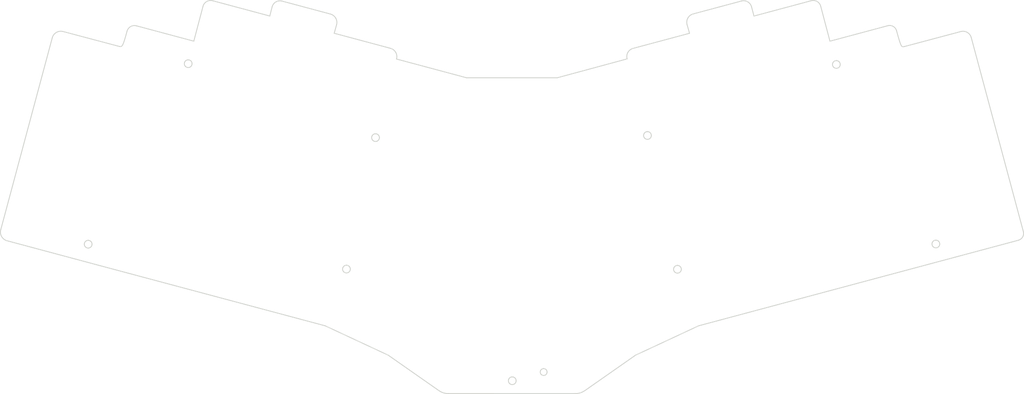
<source format=kicad_pcb>
(kicad_pcb (version 20171130) (host pcbnew "(5.1.10)-1")

  (general
    (thickness 1.6)
    (drawings 122)
    (tracks 0)
    (zones 0)
    (modules 0)
    (nets 1)
  )

  (page A4)
  (layers
    (0 F.Cu signal)
    (31 B.Cu signal)
    (32 B.Adhes user)
    (33 F.Adhes user)
    (34 B.Paste user)
    (35 F.Paste user)
    (36 B.SilkS user)
    (37 F.SilkS user)
    (38 B.Mask user)
    (39 F.Mask user)
    (40 Dwgs.User user)
    (41 Cmts.User user)
    (42 Eco1.User user)
    (43 Eco2.User user)
    (44 Edge.Cuts user)
    (45 Margin user)
    (46 B.CrtYd user)
    (47 F.CrtYd user)
    (48 B.Fab user)
    (49 F.Fab user)
  )

  (setup
    (last_trace_width 0.254)
    (trace_clearance 0.2)
    (zone_clearance 0.508)
    (zone_45_only no)
    (trace_min 0.2)
    (via_size 0.8)
    (via_drill 0.4)
    (via_min_size 0.4)
    (via_min_drill 0.3)
    (uvia_size 0.3)
    (uvia_drill 0.1)
    (uvias_allowed no)
    (uvia_min_size 0.2)
    (uvia_min_drill 0.1)
    (edge_width 0.05)
    (segment_width 0.2)
    (pcb_text_width 0.3)
    (pcb_text_size 1.5 1.5)
    (mod_edge_width 0.12)
    (mod_text_size 1 1)
    (mod_text_width 0.15)
    (pad_size 1.524 1.524)
    (pad_drill 0.762)
    (pad_to_mask_clearance 0)
    (aux_axis_origin 0 0)
    (visible_elements 7FFFFFFF)
    (pcbplotparams
      (layerselection 0x010fc_ffffffff)
      (usegerberextensions false)
      (usegerberattributes true)
      (usegerberadvancedattributes true)
      (creategerberjobfile true)
      (excludeedgelayer true)
      (linewidth 0.100000)
      (plotframeref false)
      (viasonmask false)
      (mode 1)
      (useauxorigin false)
      (hpglpennumber 1)
      (hpglpenspeed 20)
      (hpglpendiameter 15.000000)
      (psnegative false)
      (psa4output false)
      (plotreference true)
      (plotvalue true)
      (plotinvisibletext false)
      (padsonsilk false)
      (subtractmaskfromsilk false)
      (outputformat 1)
      (mirror false)
      (drillshape 0)
      (scaleselection 1)
      (outputdirectory "gerbers/"))
  )

  (net 0 "")

  (net_class Default "This is the default net class."
    (clearance 0.2)
    (trace_width 0.254)
    (via_dia 0.8)
    (via_drill 0.4)
    (uvia_dia 0.3)
    (uvia_drill 0.1)
  )

  (net_class Power ""
    (clearance 0.2)
    (trace_width 0.381)
    (via_dia 0.8)
    (via_drill 0.4)
    (uvia_dia 0.3)
    (uvia_drill 0.1)
  )

  (gr_curve (pts (xy 80.145356 43.359951) (xy 80.296982 42.769849) (xy 80.678291 42.264885) (xy 81.204355 41.957528)) (layer Edge.Cuts) (width 0.25))
  (gr_line (start 115.484089 58.208495) (end 135.351972 63.529795) (layer Edge.Cuts) (width 0.25))
  (gr_line (start 63.255413 41.624935) (end 79.474509 45.970775) (layer Edge.Cuts) (width 0.25))
  (gr_line (start 79.474509 45.970775) (end 80.145356 43.359951) (layer Edge.Cuts) (width 0.25))
  (gr_curve (pts (xy 81.204355 41.957528) (xy 81.730418 41.650171) (xy 82.357548 41.565948) (xy 82.946065 41.723616)) (layer Edge.Cuts) (width 0.25))
  (gr_line (start 57.887049 53.125955) (end 60.498967 43.223563) (layer Edge.Cuts) (width 0.25))
  (gr_line (start 98.44816 48.471417) (end 97.777749 50.875515) (layer Edge.Cuts) (width 0.25))
  (gr_curve (pts (xy 98.213198 46.575385) (xy 98.541482 47.15069) (xy 98.626083 47.833381) (xy 98.44816 48.471417)) (layer Edge.Cuts) (width 0.25))
  (gr_line (start 20.748767 50.380913) (end 36.736467 54.627095) (layer Edge.Cuts) (width 0.25))
  (gr_line (start 97.777749 50.875515) (end 113.763666 55.158284) (layer Edge.Cuts) (width 0.25))
  (gr_curve (pts (xy 113.763666 55.158284) (xy 114.400015 55.328768) (xy 114.940975 55.748179) (xy 115.264623 56.321987)) (layer Edge.Cuts) (width 0.25))
  (gr_curve (pts (xy 96.700393 45.408523) (xy 97.340209 45.579936) (xy 97.884914 46.000079) (xy 98.213198 46.575385)) (layer Edge.Cuts) (width 0.25))
  (gr_curve (pts (xy 115.264623 56.321987) (xy 115.588271 56.895796) (xy 115.667369 57.575713) (xy 115.484089 58.208495)) (layer Edge.Cuts) (width 0.25))
  (gr_line (start 82.946065 41.723616) (end 96.700393 45.408523) (layer Edge.Cuts) (width 0.25))
  (gr_line (start 41.567897 48.75391) (end 57.887049 53.125955) (layer Edge.Cuts) (width 0.25))
  (gr_curve (pts (xy 60.498967 43.223563) (xy 60.651467 42.645399) (xy 61.027945 42.151774) (xy 61.545189 41.851794)) (layer Edge.Cuts) (width 0.25))
  (gr_curve (pts (xy 61.545189 41.851794) (xy 62.062433 41.551813) (xy 62.677849 41.470179) (xy 63.255413 41.624935)) (layer Edge.Cuts) (width 0.25))
  (gr_curve (pts (xy 148.79065 150.736479) (xy 149.20142 150.566333) (xy 149.469248 150.165499) (xy 149.469248 149.720885)) (layer Edge.Cuts) (width 0.25))
  (gr_curve (pts (xy 95.202189 134.093436) (xy 28.741883 116.320027) (xy 26.371143 115.6866) (xy 4.848873 109.905877)) (layer Edge.Cuts) (width 0.25))
  (gr_line (start 166.292334 153.379659) (end 130.21547 153.377218) (layer Edge.Cuts) (width 0.25))
  (gr_curve (pts (xy 130.21547 153.377218) (xy 129.245436 153.377152) (xy 128.29891 153.078643) (xy 127.504342 152.5222)) (layer Edge.Cuts) (width 0.25))
  (gr_line (start 183.388452 142.45268) (end 169.003528 152.524936) (layer Edge.Cuts) (width 0.25))
  (gr_line (start 201.305615 134.09608) (end 183.388452 142.45268) (layer Edge.Cuts) (width 0.25))
  (gr_curve (pts (xy 169.003528 152.524936) (xy 168.208922 153.081315) (xy 167.262364 153.379724) (xy 166.292334 153.379659)) (layer Edge.Cuts) (width 0.25))
  (gr_line (start 278.77292 52.099425) (end 293.578148 107.309598) (layer Edge.Cuts) (width 0.25))
  (gr_curve (pts (xy 234.977768 41.83259) (xy 235.481147 42.124529) (xy 235.847534 42.604923) (xy 235.995946 43.167589)) (layer Edge.Cuts) (width 0.25))
  (gr_curve (pts (xy 215.266333 41.936252) (xy 215.806755 42.250639) (xy 216.199424 42.767635) (xy 216.357268 43.372599)) (layer Edge.Cuts) (width 0.25))
  (gr_curve (pts (xy 240.870484 60.766402) (xy 241.281253 60.596256) (xy 241.549082 60.195422) (xy 241.549082 59.750809)) (layer Edge.Cuts) (width 0.25))
  (gr_line (start 148.369977 148.621614) (end 148.369977 148.621614) (layer Edge.Cuts) (width 0.25))
  (gr_line (start 161.150752 63.534875) (end 180.995772 58.165315) (layer Edge.Cuts) (width 0.25))
  (gr_curve (pts (xy 180.995772 58.165313) (xy 180.820098 57.54308) (xy 180.901078 56.8764) (xy 181.220608 56.314318)) (layer Edge.Cuts) (width 0.25))
  (gr_curve (pts (xy 267.942449 111.598087) (xy 268.256838 111.912476) (xy 268.729655 112.006525) (xy 269.140425 111.836379)) (layer Edge.Cuts) (width 0.25))
  (gr_curve (pts (xy 157.288177 146.27294) (xy 156.893563 146.27294) (xy 156.537805 146.51065) (xy 156.386792 146.875226)) (layer Edge.Cuts) (width 0.25))
  (gr_curve (pts (xy 292.169311 109.750455) (xy 252.203465 120.460913) (xy 251.424122 120.669064) (xy 201.305615 134.09608)) (layer Edge.Cuts) (width 0.25))
  (gr_curve (pts (xy 275.805666 50.38371) (xy 277.098671 50.039324) (xy 278.426343 50.807006) (xy 278.77292 52.099425)) (layer Edge.Cuts) (width 0.25))
  (gr_line (start 235.995946 43.167589) (end 238.623297 53.128495) (layer Edge.Cuts) (width 0.25))
  (gr_line (start 216.357268 43.372599) (end 217.035835 45.973315) (layer Edge.Cuts) (width 0.25))
  (gr_curve (pts (xy 198.035146 48.410429) (xy 197.857141 47.778329) (xy 197.939725 47.101267) (xy 198.26445 46.530487)) (layer Edge.Cuts) (width 0.25))
  (gr_curve (pts (xy 269.497054 110.043483) (xy 269.290901 109.83733) (xy 269.011296 109.721514) (xy 268.719752 109.721514)) (layer Edge.Cuts) (width 0.25))
  (gr_line (start 180.995772 58.165315) (end 180.995772 58.165313) (layer Edge.Cuts) (width 0.25))
  (gr_curve (pts (xy 181.220608 56.314318) (xy 181.540138 55.752236) (xy 182.07157 55.341627) (xy 182.696096 55.174288)) (layer Edge.Cuts) (width 0.25))
  (gr_curve (pts (xy 157.978066 146.558702) (xy 157.795096 146.375732) (xy 157.546935 146.27294) (xy 157.288177 146.27294)) (layer Edge.Cuts) (width 0.25))
  (gr_curve (pts (xy 149.147279 148.943583) (xy 148.941126 148.73743) (xy 148.661522 148.621614) (xy 148.369977 148.621614)) (layer Edge.Cuts) (width 0.25))
  (gr_curve (pts (xy 269.819022 110.820785) (xy 269.819022 110.52924) (xy 269.703207 110.249637) (xy 269.497054 110.043483)) (layer Edge.Cuts) (width 0.25))
  (gr_curve (pts (xy 158.263828 147.248591) (xy 158.263828 146.989833) (xy 158.161036 146.741672) (xy 157.978066 146.558702)) (layer Edge.Cuts) (width 0.25))
  (gr_curve (pts (xy 147.592676 150.498187) (xy 147.907065 150.812576) (xy 148.379881 150.906625) (xy 148.79065 150.736479)) (layer Edge.Cuts) (width 0.25))
  (gr_curve (pts (xy 241.549082 59.750809) (xy 241.549082 59.459264) (xy 241.433266 59.17966) (xy 241.227113 58.973507)) (layer Edge.Cuts) (width 0.25))
  (gr_curve (pts (xy 156.386792 146.875226) (xy 156.23578 147.239802) (xy 156.319253 147.659447) (xy 156.598287 147.938481)) (layer Edge.Cuts) (width 0.25))
  (gr_curve (pts (xy 157.661542 148.149975) (xy 158.026118 147.998963) (xy 158.263828 147.643205) (xy 158.263828 147.248591)) (layer Edge.Cuts) (width 0.25))
  (gr_curve (pts (xy 257.552286 50.152498) (xy 258.830922 54.8463) (xy 258.919212 54.821029) (xy 259.730692 54.665195)) (layer Edge.Cuts) (width 0.25))
  (gr_curve (pts (xy 147.354384 149.300212) (xy 147.184237 149.710982) (xy 147.278286 150.183798) (xy 147.592676 150.498187)) (layer Edge.Cuts) (width 0.25))
  (gr_curve (pts (xy 17.67773 52.158345) (xy 18.036301 50.820513) (xy 19.410124 50.025382) (xy 20.748767 50.380913)) (layer Edge.Cuts) (width 0.25))
  (gr_line (start 135.351972 63.529795) (end 161.150752 63.534875) (layer Edge.Cuts) (width 0.25))
  (gr_line (start 268.719752 109.721514) (end 268.719752 109.721514) (layer Edge.Cuts) (width 0.25))
  (gr_curve (pts (xy 38.924654 50.278428) (xy 39.236505 49.128914) (xy 40.417404 48.445683) (xy 41.567897 48.75391)) (layer Edge.Cuts) (width 0.25))
  (gr_curve (pts (xy 36.736467 54.627095) (xy 37.575284 54.851855) (xy 37.80172 54.417674) (xy 38.924654 50.278428)) (layer Edge.Cuts) (width 0.25))
  (gr_line (start 217.035835 45.973315) (end 233.313386 41.611813) (layer Edge.Cuts) (width 0.25))
  (gr_line (start 240.449811 58.651538) (end 240.449811 58.651538) (layer Edge.Cuts) (width 0.25))
  (gr_curve (pts (xy 213.478481 41.697881) (xy 214.082395 41.536065) (xy 214.72591 41.621864) (xy 215.266333 41.936252)) (layer Edge.Cuts) (width 0.25))
  (gr_line (start 182.696096 55.174288) (end 198.730052 50.878055) (layer Edge.Cuts) (width 0.25))
  (gr_curve (pts (xy 156.598287 147.938481) (xy 156.877321 148.217515) (xy 157.296966 148.300988) (xy 157.661542 148.149975)) (layer Edge.Cuts) (width 0.25))
  (gr_line (start 259.730692 54.665195) (end 275.805666 50.38371) (layer Edge.Cuts) (width 0.25))
  (gr_curve (pts (xy 241.227113 58.973507) (xy 241.02096 58.767353) (xy 240.741356 58.651538) (xy 240.449811 58.651538)) (layer Edge.Cuts) (width 0.25))
  (gr_line (start 3.040267 106.770841) (end 17.67773 52.158345) (layer Edge.Cuts) (width 0.25))
  (gr_curve (pts (xy 233.313386 41.611813) (xy 233.875469 41.461205) (xy 234.474389 41.540651) (xy 234.977768 41.83259)) (layer Edge.Cuts) (width 0.25))
  (gr_line (start 198.730052 50.878055) (end 198.035146 48.410429) (layer Edge.Cuts) (width 0.25))
  (gr_curve (pts (xy 267.704157 110.400112) (xy 267.534012 110.810882) (xy 267.628061 111.283698) (xy 267.942449 111.598087)) (layer Edge.Cuts) (width 0.25))
  (gr_curve (pts (xy 149.469248 149.720885) (xy 149.469248 149.42934) (xy 149.353433 149.149737) (xy 149.147279 148.943583)) (layer Edge.Cuts) (width 0.25))
  (gr_curve (pts (xy 268.719752 109.721514) (xy 268.275138 109.721514) (xy 267.874304 109.989343) (xy 267.704157 110.400112)) (layer Edge.Cuts) (width 0.25))
  (gr_line (start 113.121889 142.450036) (end 95.202189 134.093436) (layer Edge.Cuts) (width 0.25))
  (gr_line (start 127.504342 152.5222) (end 113.121889 142.450036) (layer Edge.Cuts) (width 0.25))
  (gr_curve (pts (xy 269.140425 111.836379) (xy 269.551193 111.666233) (xy 269.819022 111.265399) (xy 269.819022 110.820785)) (layer Edge.Cuts) (width 0.25))
  (gr_line (start 199.763296 45.372807) (end 213.478481 41.697881) (layer Edge.Cuts) (width 0.25))
  (gr_curve (pts (xy 4.848873 109.905877) (xy 3.484185 109.539332) (xy 2.674446 108.135726) (xy 3.040267 106.770841)) (layer Edge.Cuts) (width 0.25))
  (gr_curve (pts (xy 293.578148 107.309598) (xy 293.863237 108.372725) (xy 293.232479 109.465535) (xy 292.169311 109.750455)) (layer Edge.Cuts) (width 0.25))
  (gr_curve (pts (xy 255.067491 48.72234) (xy 256.147519 48.432951) (xy 257.258408 49.073685) (xy 257.552286 50.152498)) (layer Edge.Cuts) (width 0.25))
  (gr_curve (pts (xy 198.26445 46.530487) (xy 198.589176 45.959708) (xy 199.128986 45.542768) (xy 199.763296 45.372807)) (layer Edge.Cuts) (width 0.25))
  (gr_curve (pts (xy 148.369977 148.621614) (xy 147.925364 148.621614) (xy 147.52453 148.889443) (xy 147.354384 149.300212)) (layer Edge.Cuts) (width 0.25))
  (gr_line (start 195.300041 116.91149) (end 195.300041 116.91149) (layer Edge.Cuts) (width 0.25))
  (gr_line (start 238.623297 53.128495) (end 255.067491 48.72234) (layer Edge.Cuts) (width 0.25))
  (gr_line (start 157.288177 146.27294) (end 157.288177 146.27294) (layer Edge.Cuts) (width 0.25))
  (gr_curve (pts (xy 27.88 109.781458) (xy 27.272889 109.781458) (xy 26.780729 110.273619) (xy 26.780729 110.880729)) (layer Edge.Cuts) (width 0.25))
  (gr_line (start 109.519913 79.461478) (end 109.519913 79.461478) (layer Edge.Cuts) (width 0.25))
  (gr_curve (pts (xy 110.619184 80.560749) (xy 110.619184 80.269204) (xy 110.503368 79.989601) (xy 110.297215 79.783447)) (layer Edge.Cuts) (width 0.25))
  (gr_curve (pts (xy 194.522739 118.788062) (xy 194.837128 119.102452) (xy 195.309944 119.196501) (xy 195.720714 119.026354)) (layer Edge.Cuts) (width 0.25))
  (gr_curve (pts (xy 195.300041 116.91149) (xy 194.855428 116.91149) (xy 194.454593 117.179318) (xy 194.284447 117.590088)) (layer Edge.Cuts) (width 0.25))
  (gr_line (start 101.259833 116.861454) (end 101.259833 116.861454) (layer Edge.Cuts) (width 0.25))
  (gr_curve (pts (xy 109.940586 81.576343) (xy 110.351355 81.406197) (xy 110.619184 81.005363) (xy 110.619184 80.560749)) (layer Edge.Cuts) (width 0.25))
  (gr_curve (pts (xy 186.002566 80.728197) (xy 186.316955 81.042586) (xy 186.789771 81.136635) (xy 187.20054 80.966489)) (layer Edge.Cuts) (width 0.25))
  (gr_curve (pts (xy 56.299806 58.431522) (xy 55.855192 58.431522) (xy 55.454358 58.69935) (xy 55.284212 59.11012)) (layer Edge.Cuts) (width 0.25))
  (gr_line (start 27.88 109.781458) (end 27.88 109.781458) (layer Edge.Cuts) (width 0.25))
  (gr_curve (pts (xy 55.522504 60.308095) (xy 55.836893 60.622484) (xy 56.309709 60.716533) (xy 56.720479 60.546387)) (layer Edge.Cuts) (width 0.25))
  (gr_curve (pts (xy 28.979271 110.880729) (xy 28.979271 110.589184) (xy 28.863455 110.309581) (xy 28.657302 110.103427)) (layer Edge.Cuts) (width 0.25))
  (gr_curve (pts (xy 102.359104 117.960725) (xy 102.359104 117.66918) (xy 102.243288 117.389577) (xy 102.037135 117.183423)) (layer Edge.Cuts) (width 0.25))
  (gr_curve (pts (xy 101.680506 118.976319) (xy 102.091275 118.806173) (xy 102.359104 118.405339) (xy 102.359104 117.960725)) (layer Edge.Cuts) (width 0.25))
  (gr_curve (pts (xy 26.780729 110.880729) (xy 26.780729 111.48784) (xy 27.272889 111.98) (xy 27.88 111.98)) (layer Edge.Cuts) (width 0.25))
  (gr_curve (pts (xy 108.504319 80.140076) (xy 108.334173 80.550846) (xy 108.428222 81.023662) (xy 108.742611 81.338051)) (layer Edge.Cuts) (width 0.25))
  (gr_curve (pts (xy 28.657302 110.103427) (xy 28.451149 109.897274) (xy 28.171545 109.781458) (xy 27.88 109.781458)) (layer Edge.Cuts) (width 0.25))
  (gr_curve (pts (xy 100.244239 117.540052) (xy 100.074093 117.950822) (xy 100.168142 118.423638) (xy 100.482531 118.738027)) (layer Edge.Cuts) (width 0.25))
  (gr_line (start 56.299806 58.431522) (end 56.299806 58.431522) (layer Edge.Cuts) (width 0.25))
  (gr_curve (pts (xy 110.297215 79.783447) (xy 110.091062 79.577294) (xy 109.811458 79.461478) (xy 109.519913 79.461478)) (layer Edge.Cuts) (width 0.25))
  (gr_curve (pts (xy 194.284447 117.590088) (xy 194.114301 118.000857) (xy 194.20835 118.473673) (xy 194.522739 118.788062)) (layer Edge.Cuts) (width 0.25))
  (gr_curve (pts (xy 109.519913 79.461478) (xy 109.075299 79.461478) (xy 108.674465 79.729307) (xy 108.504319 80.140076)) (layer Edge.Cuts) (width 0.25))
  (gr_curve (pts (xy 239.672509 60.52811) (xy 239.986898 60.8425) (xy 240.459714 60.936549) (xy 240.870484 60.766402)) (layer Edge.Cuts) (width 0.25))
  (gr_curve (pts (xy 195.720714 119.026354) (xy 196.131483 118.856208) (xy 196.399312 118.455374) (xy 196.399312 118.010761)) (layer Edge.Cuts) (width 0.25))
  (gr_curve (pts (xy 187.879138 79.950895) (xy 187.879138 79.343785) (xy 187.386978 78.851624) (xy 186.779868 78.851624)) (layer Edge.Cuts) (width 0.25))
  (gr_curve (pts (xy 185.764274 79.530222) (xy 185.594128 79.940992) (xy 185.688176 80.413808) (xy 186.002566 80.728197)) (layer Edge.Cuts) (width 0.25))
  (gr_curve (pts (xy 100.482531 118.738027) (xy 100.79692 119.052416) (xy 101.269736 119.146465) (xy 101.680506 118.976319)) (layer Edge.Cuts) (width 0.25))
  (gr_curve (pts (xy 55.284212 59.11012) (xy 55.114066 59.52089) (xy 55.208115 59.993706) (xy 55.522504 60.308095)) (layer Edge.Cuts) (width 0.25))
  (gr_curve (pts (xy 108.742611 81.338051) (xy 109.057 81.65244) (xy 109.529816 81.746489) (xy 109.940586 81.576343)) (layer Edge.Cuts) (width 0.25))
  (gr_curve (pts (xy 239.434217 59.330136) (xy 239.264071 59.740905) (xy 239.35812 60.213721) (xy 239.672509 60.52811)) (layer Edge.Cuts) (width 0.25))
  (gr_curve (pts (xy 56.720479 60.546387) (xy 57.131248 60.376241) (xy 57.399077 59.975407) (xy 57.399077 59.530793)) (layer Edge.Cuts) (width 0.25))
  (gr_curve (pts (xy 240.449811 58.651538) (xy 240.005198 58.651538) (xy 239.604363 58.919366) (xy 239.434217 59.330136)) (layer Edge.Cuts) (width 0.25))
  (gr_line (start 186.779868 78.851624) (end 186.779868 78.851624) (layer Edge.Cuts) (width 0.25))
  (gr_curve (pts (xy 196.399312 118.010761) (xy 196.399312 117.40365) (xy 195.907152 116.91149) (xy 195.300041 116.91149)) (layer Edge.Cuts) (width 0.25))
  (gr_curve (pts (xy 187.20054 80.966489) (xy 187.61131 80.796343) (xy 187.879138 80.395509) (xy 187.879138 79.950895)) (layer Edge.Cuts) (width 0.25))
  (gr_curve (pts (xy 102.037135 117.183423) (xy 101.830982 116.97727) (xy 101.551378 116.861454) (xy 101.259833 116.861454)) (layer Edge.Cuts) (width 0.25))
  (gr_curve (pts (xy 186.779868 78.851624) (xy 186.335254 78.851624) (xy 185.93442 79.119453) (xy 185.764274 79.530222)) (layer Edge.Cuts) (width 0.25))
  (gr_curve (pts (xy 57.077108 58.75349) (xy 56.870955 58.547338) (xy 56.591351 58.431522) (xy 56.299806 58.431522)) (layer Edge.Cuts) (width 0.25))
  (gr_curve (pts (xy 57.399077 59.530793) (xy 57.399077 59.239248) (xy 57.283261 58.959645) (xy 57.077108 58.75349)) (layer Edge.Cuts) (width 0.25))
  (gr_curve (pts (xy 101.259833 116.861454) (xy 100.815219 116.861454) (xy 100.414385 117.129283) (xy 100.244239 117.540052)) (layer Edge.Cuts) (width 0.25))
  (gr_curve (pts (xy 27.88 111.98) (xy 28.487111 111.98) (xy 28.979271 111.48784) (xy 28.979271 110.880729)) (layer Edge.Cuts) (width 0.25))

)

</source>
